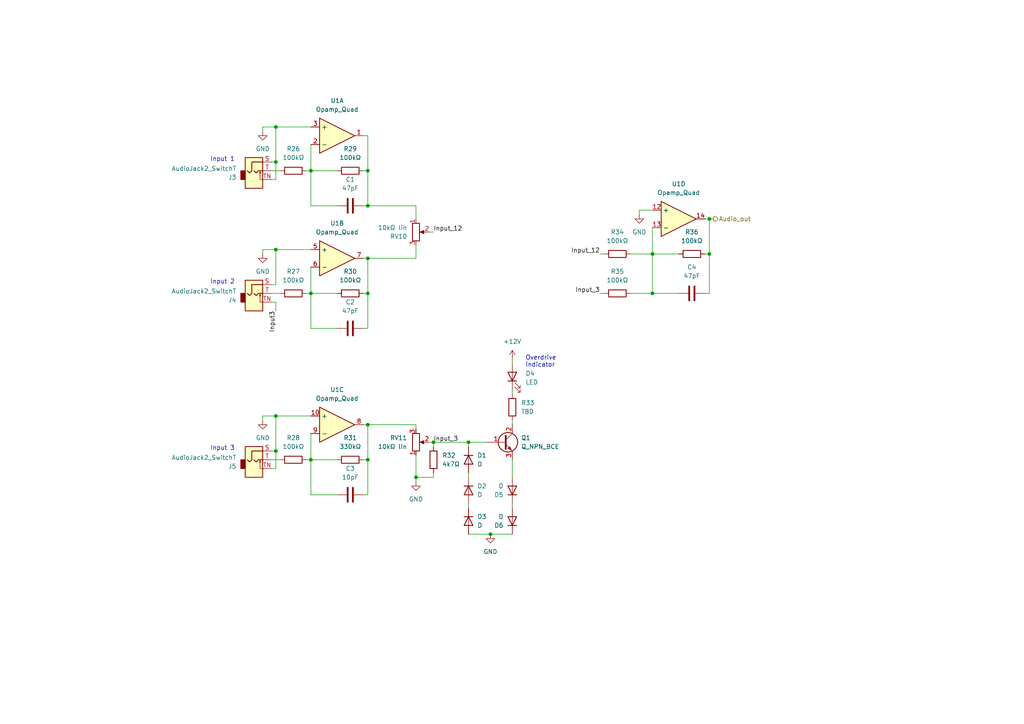
<source format=kicad_sch>
(kicad_sch (version 20211123) (generator eeschema)
  (paper "A4")
  (lib_symbols
    (symbol "Connector:AudioJack2_SwitchT"
      (property "Reference" "J" (at 0 8.89 0))
      (property "Value" "AudioJack2_SwitchT" (at 0 6.35 0))
      (symbol "AudioJack2_SwitchT_0_1"
        (rectangle (start -2.54 0) (end -3.81 -2.54) (stroke (width 0.254)) (fill (type outline)))
        (polyline (pts (xy 1.778 -0.254) (xy 2.032 -0.762)))
        (polyline (pts (xy 0 0) (xy 0.635 -0.635) (xy 1.27 0) (xy 2.54 0)) (stroke (width 0.254)))
        (polyline (pts (xy 2.54 -2.54) (xy 1.778 -2.54) (xy 1.778 -0.254) (xy 1.524 -0.762)))
        (polyline (pts (xy 2.54 2.54) (xy -0.635 2.54) (xy -0.635 0) (xy -1.27 -0.635) (xy -1.905 0)) (stroke (width 0.254)))
        (rectangle (start 2.54 3.81) (end -2.54 -5.08) (stroke (width 0.254)) (fill (type background)))
      )
      (symbol "AudioJack2_SwitchT_1_1"
        (pin passive line (at 5.08 2.54 180) (length 2.54) (name "~") (number "S"))
        (pin passive line (at 5.08 0 180) (length 2.54) (name "~") (number "T"))
        (pin passive line (at 5.08 -2.54 180) (length 2.54) (name "~") (number "TN"))
      )
    )
    (symbol "Device:C" (pin_numbers hide) (pin_names (offset 0.254))
      (property "Reference" "C" (at 0.635 2.54 0))
      (property "Value" "C" (at 0.635 -2.54 0))
      (symbol "C_0_1"
        (polyline (pts (xy -2.032 -0.762) (xy 2.032 -0.762)) (stroke (width 0.508)))
        (polyline (pts (xy -2.032 0.762) (xy 2.032 0.762)) (stroke (width 0.508)))
      )
      (symbol "C_1_1"
        (pin passive line (at 0 3.81 270) (length 2.794) (name "~") (number "1"))
        (pin passive line (at 0 -3.81 90) (length 2.794) (name "~") (number "2"))
      )
    )
    (symbol "Device:D" (pin_numbers hide) (pin_names (offset 1.016) hide)
      (property "Reference" "D" (at 0 2.54 0))
      (property "Value" "D" (at 0 -2.54 0))
      (symbol "D_0_1"
        (polyline (pts (xy -1.27 1.27) (xy -1.27 -1.27)) (stroke (width 0.254)))
        (polyline (pts (xy 1.27 0) (xy -1.27 0)))
        (polyline (pts (xy 1.27 1.27) (xy 1.27 -1.27) (xy -1.27 0) (xy 1.27 1.27)) (stroke (width 0.254)))
      )
      (symbol "D_1_1"
        (pin passive line (at -3.81 0 0) (length 2.54) (name "K") (number "1"))
        (pin passive line (at 3.81 0 180) (length 2.54) (name "A") (number "2"))
      )
    )
    (symbol "Device:LED" (pin_numbers hide) (pin_names (offset 1.016) hide)
      (property "Reference" "D" (at 0 2.54 0))
      (property "Value" "LED" (at 0 -2.54 0))
      (symbol "LED_0_1"
        (polyline (pts (xy -1.27 -1.27) (xy -1.27 1.27)) (stroke (width 0.254)))
        (polyline (pts (xy -1.27 0) (xy 1.27 0)))
        (polyline (pts (xy 1.27 -1.27) (xy 1.27 1.27) (xy -1.27 0) (xy 1.27 -1.27)) (stroke (width 0.254)))
        (polyline (pts (xy -3.048 -0.762) (xy -4.572 -2.286) (xy -3.81 -2.286) (xy -4.572 -2.286) (xy -4.572 -1.524)))
        (polyline (pts (xy -1.778 -0.762) (xy -3.302 -2.286) (xy -2.54 -2.286) (xy -3.302 -2.286) (xy -3.302 -1.524)))
      )
      (symbol "LED_1_1"
        (pin passive line (at -3.81 0 0) (length 2.54) (name "K") (number "1"))
        (pin passive line (at 3.81 0 180) (length 2.54) (name "A") (number "2"))
      )
    )
    (symbol "Device:Opamp_Quad"
      (property "Reference" "U" (at 0 5.08 0))
      (property "Value" "Opamp_Quad" (at 0 -5.08 0))
      (symbol "Opamp_Quad_1_1"
        (polyline (pts (xy -5.08 5.08) (xy 5.08 0) (xy -5.08 -5.08) (xy -5.08 5.08)) (stroke (width 0.254)) (fill (type background)))
        (pin output line (at 7.62 0 180) (length 2.54) (name "~") (number "1"))
        (pin input line (at -7.62 -2.54 0) (length 2.54) (name "-") (number "2"))
        (pin input line (at -7.62 2.54 0) (length 2.54) (name "+") (number "3"))
      )
      (symbol "Opamp_Quad_2_1"
        (polyline (pts (xy -5.08 5.08) (xy 5.08 0) (xy -5.08 -5.08) (xy -5.08 5.08)) (stroke (width 0.254)) (fill (type background)))
        (pin input line (at -7.62 2.54 0) (length 2.54) (name "+") (number "5"))
        (pin input line (at -7.62 -2.54 0) (length 2.54) (name "-") (number "6"))
        (pin output line (at 7.62 0 180) (length 2.54) (name "~") (number "7"))
      )
      (symbol "Opamp_Quad_3_1"
        (polyline (pts (xy -5.08 5.08) (xy 5.08 0) (xy -5.08 -5.08) (xy -5.08 5.08)) (stroke (width 0.254)) (fill (type background)))
        (pin input line (at -7.62 2.54 0) (length 2.54) (name "+") (number "10"))
        (pin output line (at 7.62 0 180) (length 2.54) (name "~") (number "8"))
        (pin input line (at -7.62 -2.54 0) (length 2.54) (name "-") (number "9"))
      )
      (symbol "Opamp_Quad_4_1"
        (polyline (pts (xy -5.08 5.08) (xy 5.08 0) (xy -5.08 -5.08) (xy -5.08 5.08)) (stroke (width 0.254)) (fill (type background)))
        (pin input line (at -7.62 2.54 0) (length 2.54) (name "+") (number "12"))
        (pin input line (at -7.62 -2.54 0) (length 2.54) (name "-") (number "13"))
        (pin output line (at 7.62 0 180) (length 2.54) (name "~") (number "14"))
      )
      (symbol "Opamp_Quad_5_1"
        (pin power_in line (at -2.54 -7.62 90) (length 3.81) (name "V-") (number "11"))
        (pin power_in line (at -2.54 7.62 270) (length 3.81) (name "V+") (number "4"))
      )
    )
    (symbol "Device:Q_NPN_BCE" (pin_names (offset 0) hide)
      (property "Reference" "Q" (at 5.08 1.27 0))
      (property "Value" "Q_NPN_BCE" (at 5.08 -1.27 0))
      (symbol "Q_NPN_BCE_0_1"
        (polyline (pts (xy 0.635 0.635) (xy 2.54 2.54)))
        (polyline (pts (xy 0.635 -0.635) (xy 2.54 -2.54) (xy 2.54 -2.54)))
        (polyline (pts (xy 0.635 1.905) (xy 0.635 -1.905) (xy 0.635 -1.905)) (stroke (width 0.508)))
        (polyline (pts (xy 1.27 -1.778) (xy 1.778 -1.27) (xy 2.286 -2.286) (xy 1.27 -1.778) (xy 1.27 -1.778)) (fill (type outline)))
        (circle (center 1.27 0) (radius 2.8194) (stroke (width 0.254)))
      )
      (symbol "Q_NPN_BCE_1_1"
        (pin input line (at -5.08 0 0) (length 5.715) (name "B") (number "1"))
        (pin passive line (at 2.54 5.08 270) (length 2.54) (name "C") (number "2"))
        (pin passive line (at 2.54 -5.08 90) (length 2.54) (name "E") (number "3"))
      )
    )
    (symbol "Device:R" (pin_numbers hide) (pin_names (offset 0))
      (property "Reference" "R" (at 2.032 0 90))
      (property "Value" "R" (at 0 0 90))
      (symbol "R_0_1"
        (rectangle (start -1.016 -2.54) (end 1.016 2.54) (stroke (width 0.254)))
      )
      (symbol "R_1_1"
        (pin passive line (at 0 3.81 270) (length 1.27) (name "~") (number "1"))
        (pin passive line (at 0 -3.81 90) (length 1.27) (name "~") (number "2"))
      )
    )
    (symbol "Device:R_Potentiometer" (pin_names (offset 1.016) hide)
      (property "Reference" "RV" (at -4.445 0 90))
      (property "Value" "R_Potentiometer" (at -2.54 0 90))
      (symbol "R_Potentiometer_0_1"
        (polyline (pts (xy 2.54 0) (xy 1.524 0)))
        (polyline (pts (xy 1.143 0) (xy 2.286 0.508) (xy 2.286 -0.508) (xy 1.143 0)) (fill (type outline)))
        (rectangle (start 1.016 2.54) (end -1.016 -2.54) (stroke (width 0.254)))
      )
      (symbol "R_Potentiometer_1_1"
        (pin passive line (at 0 3.81 270) (length 1.27) (name "1") (number "1"))
        (pin passive line (at 3.81 0 180) (length 1.27) (name "2") (number "2"))
        (pin passive line (at 0 -3.81 90) (length 1.27) (name "3") (number "3"))
      )
    )
    (symbol "power:+12V" (power) (pin_names (offset 0))
      (property "Value" "+12V" (at 0 3.556 0))
      (symbol "+12V_0_1"
        (polyline (pts (xy -0.762 1.27) (xy 0 2.54)))
        (polyline (pts (xy 0 0) (xy 0 2.54)))
        (polyline (pts (xy 0 2.54) (xy 0.762 1.27)))
      )
      (symbol "+12V_1_1"
        (pin power_in line (at 0 0 90) (length 0) hide (name "+12V") (number "1"))
      )
    )
    (symbol "power:GND" (power) (pin_names (offset 0))
      (property "Value" "GND" (at 0 -3.81 0))
      (symbol "GND_0_1"
        (polyline (pts (xy 0 0) (xy 0 -1.27) (xy 1.27 -1.27) (xy 0 -2.54) (xy -1.27 -1.27) (xy 0 -1.27)))
      )
      (symbol "GND_1_1"
        (pin power_in line (at 0 0 270) (length 0) hide (name "GND") (number "1"))
      )
    )
  )
  (junction (at 205.74 73.66))
  (junction (at 90.17 85.09))
  (junction (at 80.01 72.39))
  (junction (at 80.01 36.83))
  (junction (at 106.68 133.35))
  (junction (at 106.68 49.53))
  (junction (at 142.24 154.94))
  (junction (at 80.01 120.65))
  (junction (at 90.17 49.53))
  (junction (at 80.01 46.99))
  (junction (at 120.65 138.43))
  (junction (at 205.74 63.5))
  (junction (at 106.68 59.69))
  (junction (at 90.17 133.35))
  (junction (at 80.01 130.81))
  (junction (at 125.73 128.27))
  (junction (at 189.23 73.66))
  (junction (at 106.68 85.09))
  (junction (at 106.68 123.19))
  (junction (at 189.23 85.09))
  (junction (at 135.89 128.27))
  (junction (at 106.68 74.93))
  (wire (pts (xy 106.68 39.37) (xy 105.41 39.37)))
  (wire (pts (xy 80.01 120.65) (xy 76.2 120.65)))
  (wire (pts (xy 88.9 133.35) (xy 90.17 133.35)))
  (wire (pts (xy 76.2 72.39) (xy 76.2 73.66)))
  (wire (pts (xy 80.01 90.17) (xy 80.01 87.63)))
  (wire (pts (xy 80.01 87.63) (xy 78.74 87.63)))
  (wire (pts (xy 78.74 82.55) (xy 80.01 82.55)))
  (wire (pts (xy 105.41 133.35) (xy 106.68 133.35)))
  (wire (pts (xy 189.23 66.04) (xy 189.23 73.66)))
  (wire (pts (xy 88.9 49.53) (xy 90.17 49.53)))
  (wire (pts (xy 90.17 49.53) (xy 97.79 49.53)))
  (wire (pts (xy 135.89 137.16) (xy 135.89 138.43)))
  (wire (pts (xy 78.74 133.35) (xy 81.28 133.35)))
  (wire (pts (xy 106.68 74.93) (xy 106.68 85.09)))
  (wire (pts (xy 106.68 123.19) (xy 120.65 123.19)))
  (wire (pts (xy 120.65 124.46) (xy 120.65 123.19)))
  (wire (pts (xy 204.47 85.09) (xy 205.74 85.09)))
  (wire (pts (xy 205.74 85.09) (xy 205.74 73.66)))
  (wire (pts (xy 135.89 128.27) (xy 140.97 128.27)))
  (wire (pts (xy 124.46 128.27) (xy 125.73 128.27)))
  (wire (pts (xy 125.73 128.27) (xy 135.89 128.27)))
  (wire (pts (xy 106.68 59.69) (xy 106.68 49.53)))
  (wire (pts (xy 90.17 41.91) (xy 90.17 49.53)))
  (wire (pts (xy 185.42 60.96) (xy 185.42 62.23)))
  (wire (pts (xy 189.23 60.96) (xy 185.42 60.96)))
  (wire (pts (xy 120.65 132.08) (xy 120.65 138.43)))
  (wire (pts (xy 120.65 138.43) (xy 120.65 139.7)))
  (wire (pts (xy 135.89 128.27) (xy 135.89 129.54)))
  (wire (pts (xy 90.17 77.47) (xy 90.17 85.09)))
  (wire (pts (xy 80.01 36.83) (xy 90.17 36.83)))
  (wire (pts (xy 80.01 46.99) (xy 80.01 36.83)))
  (wire (pts (xy 189.23 85.09) (xy 196.85 85.09)))
  (wire (pts (xy 106.68 143.51) (xy 106.68 133.35)))
  (wire (pts (xy 80.01 72.39) (xy 90.17 72.39)))
  (wire (pts (xy 97.79 59.69) (xy 90.17 59.69)))
  (wire (pts (xy 148.59 113.03) (xy 148.59 114.3)))
  (wire (pts (xy 105.41 59.69) (xy 106.68 59.69)))
  (wire (pts (xy 106.68 74.93) (xy 120.65 74.93)))
  (wire (pts (xy 120.65 74.93) (xy 120.65 71.12)))
  (wire (pts (xy 106.68 85.09) (xy 105.41 85.09)))
  (wire (pts (xy 148.59 121.92) (xy 148.59 123.19)))
  (wire (pts (xy 173.99 73.66) (xy 175.26 73.66)))
  (wire (pts (xy 106.68 123.19) (xy 105.41 123.19)))
  (wire (pts (xy 135.89 154.94) (xy 142.24 154.94)))
  (wire (pts (xy 142.24 154.94) (xy 148.59 154.94)))
  (wire (pts (xy 80.01 72.39) (xy 76.2 72.39)))
  (wire (pts (xy 148.59 146.05) (xy 148.59 147.32)))
  (wire (pts (xy 78.74 85.09) (xy 81.28 85.09)))
  (wire (pts (xy 148.59 104.14) (xy 148.59 105.41)))
  (wire (pts (xy 105.41 143.51) (xy 106.68 143.51)))
  (wire (pts (xy 88.9 85.09) (xy 90.17 85.09)))
  (wire (pts (xy 106.68 39.37) (xy 106.68 49.53)))
  (wire (pts (xy 205.74 63.5) (xy 204.47 63.5)))
  (wire (pts (xy 205.74 73.66) (xy 205.74 63.5)))
  (wire (pts (xy 204.47 73.66) (xy 205.74 73.66)))
  (wire (pts (xy 90.17 143.51) (xy 90.17 133.35)))
  (wire (pts (xy 90.17 59.69) (xy 90.17 49.53)))
  (wire (pts (xy 80.01 120.65) (xy 90.17 120.65)))
  (wire (pts (xy 97.79 143.51) (xy 90.17 143.51)))
  (wire (pts (xy 135.89 146.05) (xy 135.89 147.32)))
  (wire (pts (xy 80.01 120.65) (xy 80.01 130.81)))
  (wire (pts (xy 80.01 36.83) (xy 76.2 36.83)))
  (wire (pts (xy 76.2 36.83) (xy 76.2 38.1)))
  (wire (pts (xy 80.01 52.07) (xy 78.74 52.07)))
  (wire (pts (xy 105.41 49.53) (xy 106.68 49.53)))
  (wire (pts (xy 125.73 137.16) (xy 125.73 138.43)))
  (wire (pts (xy 78.74 130.81) (xy 80.01 130.81)))
  (wire (pts (xy 148.59 133.35) (xy 148.59 138.43)))
  (wire (pts (xy 80.01 135.89) (xy 78.74 135.89)))
  (wire (pts (xy 90.17 125.73) (xy 90.17 133.35)))
  (wire (pts (xy 124.46 67.31) (xy 125.73 67.31)))
  (wire (pts (xy 90.17 95.25) (xy 90.17 85.09)))
  (wire (pts (xy 97.79 95.25) (xy 90.17 95.25)))
  (wire (pts (xy 120.65 138.43) (xy 125.73 138.43)))
  (wire (pts (xy 105.41 95.25) (xy 106.68 95.25)))
  (wire (pts (xy 106.68 95.25) (xy 106.68 85.09)))
  (wire (pts (xy 106.68 74.93) (xy 105.41 74.93)))
  (wire (pts (xy 189.23 73.66) (xy 196.85 73.66)))
  (wire (pts (xy 90.17 133.35) (xy 97.79 133.35)))
  (wire (pts (xy 182.88 85.09) (xy 189.23 85.09)))
  (wire (pts (xy 189.23 85.09) (xy 189.23 73.66)))
  (wire (pts (xy 173.99 85.09) (xy 175.26 85.09)))
  (wire (pts (xy 125.73 128.27) (xy 125.73 129.54)))
  (wire (pts (xy 76.2 120.65) (xy 76.2 121.92)))
  (wire (pts (xy 80.01 82.55) (xy 80.01 72.39)))
  (wire (pts (xy 106.68 59.69) (xy 120.65 59.69)))
  (wire (pts (xy 120.65 59.69) (xy 120.65 63.5)))
  (wire (pts (xy 106.68 123.19) (xy 106.68 133.35)))
  (wire (pts (xy 182.88 73.66) (xy 189.23 73.66)))
  (wire (pts (xy 90.17 85.09) (xy 97.79 85.09)))
  (wire (pts (xy 205.74 63.5) (xy 207.01 63.5)))
  (wire (pts (xy 80.01 130.81) (xy 80.01 135.89)))
  (wire (pts (xy 78.74 49.53) (xy 81.28 49.53)))
  (wire (pts (xy 80.01 46.99) (xy 80.01 52.07)))
  (wire (pts (xy 78.74 46.99) (xy 80.01 46.99)))
  (text "Input 1\n" (at 60.96 46.99 0) (effects (font (size 1.27 1.27)) (justify left bottom)))
  (text "Input 2" (at 60.96 82.55 0) (effects (font (size 1.27 1.27)) (justify left bottom)))
  (text "Input 3\n" (at 60.96 130.81 0) (effects (font (size 1.27 1.27)) (justify left bottom)))
  (text "Overdrive\nindicator\n" (at 152.4 106.68 0) (effects (font (size 1.27 1.27)) (justify left bottom)))
  (label "Input_3" (at 173.99 85.09 180))
  (label "Input3" (at 80.01 90.17 270))
  (label "Input_12" (at 173.99 73.66 180))
  (label "Input_3" (at 125.73 128.27 0))
  (label "Input_12" (at 125.73 67.31 0))
  (hierarchical_label "Audio_out" (shape output) (at 207.01 63.5 0))
  (symbol (lib_id "power:GND") (at 185.42 62.23 0) (unit 1)
    (property "Reference" "#PWR026" (effects hide))
    (property "Value" "GND" (at 185.42 67.31 0))
  )
  (symbol (lib_id "Device:Opamp_Quad") (at 97.79 74.93 0) (unit 2)
    (property "Reference" "U1" (at 97.79 64.77 0))
    (property "Value" "Opamp_Quad" (at 97.79 67.31 0))
    (property "Footprint" "Package_SO:SOIC-14_3.9x8.7mm_P1.27mm" (effects hide))
  )
  (symbol (lib_id "Device:D") (at 135.89 142.24 270) (unit 1)
    (property "Reference" "D2" (at 138.43 140.9699 90) (effects (justify left)))
    (property "Value" "D" (at 138.43 143.5099 90) (effects (justify left)))
    (property "Footprint" "Diode_SMD:D_SOD-123" (effects hide))
  )
  (symbol (lib_id "power:GND") (at 120.65 139.7 0) (unit 1)
    (property "Reference" "#PWR023" (effects hide))
    (property "Value" "GND" (at 120.65 144.78 0))
  )
  (symbol (lib_id "Device:R") (at 125.73 133.35 0) (unit 1)
    (property "Reference" "R32" (at 128.27 132.0799 0) (effects (justify left)))
    (property "Value" "4k7Ω" (at 128.27 134.6199 0) (effects (justify left)))
    (property "Footprint" "Resistor_SMD:R_0603_1608Metric" (effects hide))
  )
  (symbol (lib_id "Device:R") (at 148.59 118.11 0) (unit 1)
    (property "Reference" "R33" (at 151.13 116.8399 0) (effects (justify left)))
    (property "Value" "TBD" (at 151.13 119.3799 0) (effects (justify left)))
    (property "Footprint" "Resistor_SMD:R_0603_1608Metric" (effects hide))
  )
  (symbol (lib_id "Device:C") (at 200.66 85.09 90) (unit 1)
    (property "Reference" "C4" (at 200.66 77.47 90))
    (property "Value" "47pF" (at 200.66 80.01 90))
    (property "Footprint" "Capacitor_SMD:C_0603_1608Metric" (effects hide))
  )
  (symbol (lib_id "power:GND") (at 76.2 73.66 0) (unit 1)
    (property "Reference" "#PWR021" (effects hide))
    (property "Value" "GND" (at 76.2 78.74 0))
  )
  (symbol (lib_id "Device:R") (at 85.09 85.09 270) (unit 1)
    (property "Reference" "R27" (at 85.09 78.74 90))
    (property "Value" "100kΩ" (at 85.09 81.28 90))
    (property "Footprint" "Resistor_SMD:R_0603_1608Metric" (effects hide))
  )
  (symbol (lib_id "Device:R") (at 101.6 49.53 270) (unit 1)
    (property "Reference" "R29" (at 101.6 43.18 90))
    (property "Value" "100kΩ" (at 101.6 45.72 90))
    (property "Footprint" "Resistor_SMD:R_0603_1608Metric" (effects hide))
  )
  (symbol (lib_id "Device:D") (at 148.59 151.13 90) (unit 1)
    (property "Reference" "D6" (at 146.05 152.4001 90) (effects (justify left)))
    (property "Value" "D" (at 146.05 149.8601 90) (effects (justify left)))
    (property "Footprint" "Diode_SMD:D_SOD-123" (effects hide))
  )
  (symbol (lib_id "Device:R") (at 85.09 133.35 270) (unit 1)
    (property "Reference" "R28" (at 85.09 127 90))
    (property "Value" "100kΩ" (at 85.09 129.54 90))
    (property "Footprint" "Resistor_SMD:R_0603_1608Metric" (effects hide))
  )
  (symbol (lib_id "Device:R_Potentiometer") (at 120.65 67.31 0) (unit 1)
    (property "Reference" "RV10" (at 118.11 68.5801 0) (effects (justify right)))
    (property "Value" "10kΩ lin" (at 118.11 66.0401 0) (effects (justify right)))
  )
  (symbol (lib_id "Device:R") (at 101.6 133.35 270) (unit 1)
    (property "Reference" "R31" (at 101.6 127 90))
    (property "Value" "330kΩ" (at 101.6 129.54 90))
    (property "Footprint" "Resistor_SMD:R_0603_1608Metric" (effects hide))
  )
  (symbol (lib_id "Device:D") (at 135.89 133.35 270) (unit 1)
    (property "Reference" "D1" (at 138.43 132.0799 90) (effects (justify left)))
    (property "Value" "D" (at 138.43 134.6199 90) (effects (justify left)))
    (property "Footprint" "Diode_SMD:D_SOD-123" (effects hide))
  )
  (symbol (lib_id "Device:R") (at 179.07 85.09 90) (unit 1)
    (property "Reference" "R35" (at 179.07 78.74 90))
    (property "Value" "100kΩ" (at 179.07 81.28 90))
    (property "Footprint" "Resistor_SMD:R_0603_1608Metric" (effects hide))
  )
  (symbol (lib_id "Connector:AudioJack2_SwitchT") (at 73.66 85.09 0) (unit 1)
    (property "Reference" "J4" (at 68.58 86.9951 0) (effects (justify right)))
    (property "Value" "AudioJack2_SwitchT" (at 68.58 84.4551 0) (effects (justify right)))
  )
  (symbol (lib_id "Device:Opamp_Quad") (at 97.79 123.19 0) (unit 3)
    (property "Reference" "U1" (at 97.79 113.03 0))
    (property "Value" "Opamp_Quad" (at 97.79 115.57 0))
    (property "Footprint" "Package_SO:SOIC-14_3.9x8.7mm_P1.27mm" (effects hide))
  )
  (symbol (lib_id "Device:Opamp_Quad") (at 196.85 63.5 0) (unit 4)
    (property "Reference" "U1" (at 196.85 53.34 0))
    (property "Value" "Opamp_Quad" (at 196.85 55.88 0))
    (property "Footprint" "Package_SO:SOIC-14_3.9x8.7mm_P1.27mm" (effects hide))
  )
  (symbol (lib_id "power:GND") (at 76.2 38.1 0) (unit 1)
    (property "Reference" "#PWR020" (effects hide))
    (property "Value" "GND" (at 76.2 43.18 0))
  )
  (symbol (lib_id "Device:C") (at 101.6 143.51 90) (unit 1)
    (property "Reference" "C3" (at 101.6 135.89 90))
    (property "Value" "10pF" (at 101.6 138.43 90))
    (property "Footprint" "Capacitor_SMD:C_0603_1608Metric" (effects hide))
  )
  (symbol (lib_id "power:+12V") (at 148.59 104.14 0) (unit 1)
    (property "Reference" "#PWR025" (effects hide))
    (property "Value" "+12V" (at 148.59 99.06 0))
  )
  (symbol (lib_id "power:GND") (at 76.2 121.92 0) (unit 1)
    (property "Reference" "#PWR022" (effects hide))
    (property "Value" "GND" (at 76.2 127 0))
  )
  (symbol (lib_id "power:GND") (at 142.24 154.94 0) (unit 1)
    (property "Reference" "#PWR024" (effects hide))
    (property "Value" "GND" (at 142.24 160.02 0))
  )
  (symbol (lib_id "Device:LED") (at 148.59 109.22 90) (unit 1)
    (property "Reference" "D4" (at 152.4 108.3309 90) (effects (justify right)))
    (property "Value" "LED" (at 152.4 110.8709 90) (effects (justify right)))
    (property "Footprint" "LED_THT:LED_D3.0mm" (effects hide))
  )
  (symbol (lib_id "Connector:AudioJack2_SwitchT") (at 73.66 49.53 0) (unit 1)
    (property "Reference" "J3" (at 68.58 51.4351 0) (effects (justify right)))
    (property "Value" "AudioJack2_SwitchT" (at 68.58 48.8951 0) (effects (justify right)))
  )
  (symbol (lib_id "Device:Opamp_Quad") (at 97.79 39.37 0) (unit 1)
    (property "Reference" "U1" (at 97.79 29.21 0))
    (property "Value" "Opamp_Quad" (at 97.79 31.75 0))
    (property "Footprint" "Package_SO:SOIC-14_3.9x8.7mm_P1.27mm" (effects hide))
  )
  (symbol (lib_id "Device:D") (at 135.89 151.13 270) (unit 1)
    (property "Reference" "D3" (at 138.43 149.8599 90) (effects (justify left)))
    (property "Value" "D" (at 138.43 152.3999 90) (effects (justify left)))
    (property "Footprint" "Diode_SMD:D_SOD-123" (effects hide))
  )
  (symbol (lib_id "Device:C") (at 101.6 95.25 90) (unit 1)
    (property "Reference" "C2" (at 101.6 87.63 90))
    (property "Value" "47pF" (at 101.6 90.17 90))
    (property "Footprint" "Capacitor_SMD:C_0603_1608Metric" (effects hide))
  )
  (symbol (lib_id "Device:R_Potentiometer") (at 120.65 128.27 0) (mirror x) (unit 1)
    (property "Reference" "RV11" (at 118.11 126.9999 0) (effects (justify right)))
    (property "Value" "10kΩ lin" (at 118.11 129.5399 0) (effects (justify right)))
  )
  (symbol (lib_id "Device:R") (at 85.09 49.53 270) (unit 1)
    (property "Reference" "R26" (at 85.09 43.18 90))
    (property "Value" "100kΩ" (at 85.09 45.72 90))
    (property "Footprint" "Resistor_SMD:R_0603_1608Metric" (effects hide))
  )
  (symbol (lib_id "Device:R") (at 101.6 85.09 270) (unit 1)
    (property "Reference" "R30" (at 101.6 78.74 90))
    (property "Value" "100kΩ" (at 101.6 81.28 90))
    (property "Footprint" "Resistor_SMD:R_0603_1608Metric" (effects hide))
  )
  (symbol (lib_id "Device:D") (at 148.59 142.24 90) (unit 1)
    (property "Reference" "D5" (at 146.05 143.5101 90) (effects (justify left)))
    (property "Value" "D" (at 146.05 140.9701 90) (effects (justify left)))
    (property "Footprint" "Diode_SMD:D_SOD-123" (effects hide))
  )
  (symbol (lib_id "Device:R") (at 179.07 73.66 90) (unit 1)
    (property "Reference" "R34" (at 179.07 67.31 90))
    (property "Value" "100kΩ" (at 179.07 69.85 90))
    (property "Footprint" "Resistor_SMD:R_0603_1608Metric" (effects hide))
  )
  (symbol (lib_id "Device:C") (at 101.6 59.69 90) (unit 1)
    (property "Reference" "C1" (at 101.6 52.07 90))
    (property "Value" "47pF" (at 101.6 54.61 90))
    (property "Footprint" "Capacitor_SMD:C_0603_1608Metric" (effects hide))
  )
  (symbol (lib_id "Device:R") (at 200.66 73.66 270) (unit 1)
    (property "Reference" "R36" (at 200.66 67.31 90))
    (property "Value" "100kΩ" (at 200.66 69.85 90))
    (property "Footprint" "Resistor_SMD:R_0603_1608Metric" (effects hide))
  )
  (symbol (lib_id "Connector:AudioJack2_SwitchT") (at 73.66 133.35 0) (unit 1)
    (property "Reference" "J5" (at 68.58 135.2551 0) (effects (justify right)))
    (property "Value" "AudioJack2_SwitchT" (at 68.58 132.7151 0) (effects (justify right)))
  )
  (symbol (lib_id "Device:Q_NPN_BCE") (at 146.05 128.27 0) (unit 1)
    (property "Reference" "Q1" (at 151.13 126.9999 0) (effects (justify left)))
    (property "Value" "Q_NPN_BCE" (at 151.13 129.5399 0) (effects (justify left)))
  )
)
</source>
